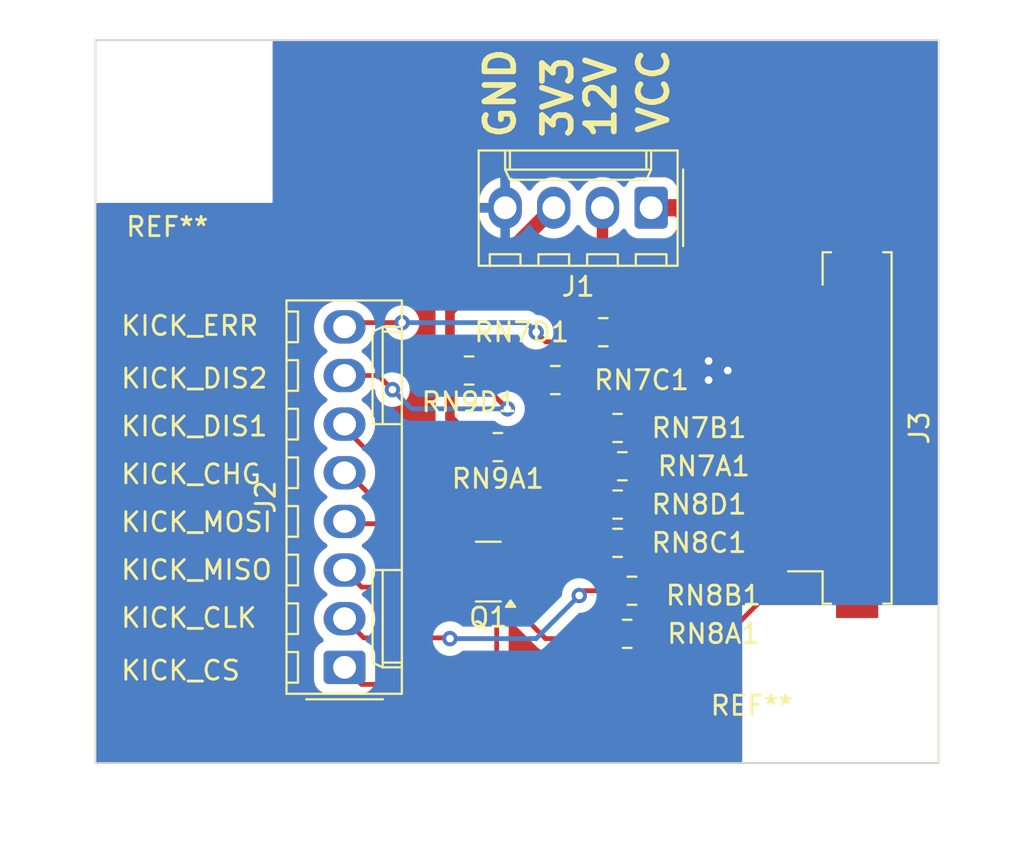
<source format=kicad_pcb>
(kicad_pcb (version 20240108) (generator "pcbnew") (generator_version "8.0")
  (layers (0 "F.Cu" signal) (31 "B.Cu" signal) (34 "B.Paste" user) (35 "F.Paste" user) (36 "B.SilkS" user "B.Silkscreen") (37 "F.SilkS" user "F.Silkscreen") (38 "B.Mask" user) (39 "F.Mask" user) (44 "Edge.Cuts" user))
  (net 0 "")
  (net 1 "+3V3")
  (net 2 "+12V")
  (net 3 "VCC")
  (net 4 "/KICK_MOSI")
  (net 5 "/KICK_CS")
  (net 6 "/KICK_DIS2")
  (net 7 "/KICK_MISO")
  (net 8 "/KICK_CLK")
  (net 9 "/KICK_DIS1")
  (net 10 "/KICK_CHG")
  (net 11 "/KICK_ERR")
  (net 12 "Net-(Q1-S)")
  (net 13 "Net-(J3-Pad7)")
  (net 14 "Net-(J3-Pad4)")
  (net 15 "GND")
  (net 16 "Net-(J3-Pad6)")
  (net 17 "Net-(J3-Pad3)")
  (net 18 "Net-(J3-Pad5)")
  (net 19 "Net-(J3-Pad8)")
  (net 20 "Net-(J3-Pad2)")
  (net 21 "Net-(J3-Pad1)")
  (footprint "Resistor_SMD:R_0805_2012Metric_Pad1.20x1.40mm_HandSolder" (layer "F.Cu") (at 160 71)
    (property "Reference" "RN7C1" (at 4.5 0 0) (layer "F.SilkS"))
    (property "Value" "100")
    (fp_line (start -0.227064 -0.735) (end 0.227064 -0.735) (stroke (width 0.12)) (layer "F.SilkS"))
    (fp_line (start -0.227064 0.735) (end 0.227064 0.735) (stroke (width 0.12)) (layer "F.SilkS"))
    (pad "1" smd roundrect (at -1 0) (size 1.2 1.4) (layers "F.Cu" "F.Paste" "F.Mask") (roundrect_rratio 0.208333) (net 6 "/KICK_DIS2"))
    (pad "2" smd roundrect (at 1 0) (size 1.2 1.4) (layers "F.Cu" "F.Paste" "F.Mask") (roundrect_rratio 0.208333) (net 13 "Net-(J3-Pad7)"))
  )
  (footprint "Resistor_SMD:R_0805_2012Metric_Pad1.20x1.40mm_HandSolder" (layer "F.Cu") (at 162.5 68.5)
    (property "Reference" "RN7D1" (at -4.25 0 0) (layer "F.SilkS"))
    (property "Value" "100")
    (fp_line (start -0.227064 -0.735) (end 0.227064 -0.735) (stroke (width 0.12)) (layer "F.SilkS"))
    (fp_line (start -0.227064 0.735) (end 0.227064 0.735) (stroke (width 0.12)) (layer "F.SilkS"))
    (pad "1" smd roundrect (at -1 0) (size 1.2 1.4) (layers "F.Cu" "F.Paste" "F.Mask") (roundrect_rratio 0.208333) (net 11 "/KICK_ERR"))
    (pad "2" smd roundrect (at 1 0) (size 1.2 1.4) (layers "F.Cu" "F.Paste" "F.Mask") (roundrect_rratio 0.208333) (net 19 "Net-(J3-Pad8)"))
  )
  (footprint "Resistor_SMD:R_0805_2012Metric_Pad1.20x1.40mm_HandSolder" (layer "F.Cu") (at 157 74.5 180)
    (property "Reference" "RN9A1" (at 0 -1.65 0) (layer "F.SilkS"))
    (property "Value" "10k")
    (fp_line (start -0.227064 0.735) (end 0.227064 0.735) (stroke (width 0.12)) (layer "F.SilkS"))
    (fp_line (start -0.227064 -0.735) (end 0.227064 -0.735) (stroke (width 0.12)) (layer "F.SilkS"))
    (pad "1" smd roundrect (at -1 0 180) (size 1.2 1.4) (layers "F.Cu" "F.Paste" "F.Mask") (roundrect_rratio 0.208333) (net 9 "/KICK_DIS1"))
    (pad "2" smd roundrect (at 1 0 180) (size 1.2 1.4) (layers "F.Cu" "F.Paste" "F.Mask") (roundrect_rratio 0.208333) (net 1 "+3V3"))
  )
  (footprint "Resistor_SMD:R_0805_2012Metric_Pad1.20x1.40mm_HandSolder" (layer "F.Cu") (at 163.25 79.5)
    (property "Reference" "RN8C1" (at 4.25 0 0) (layer "F.SilkS"))
    (property "Value" "100")
    (fp_line (start -0.227064 -0.735) (end 0.227064 -0.735) (stroke (width 0.12)) (layer "F.SilkS"))
    (fp_line (start -0.227064 0.735) (end 0.227064 0.735) (stroke (width 0.12)) (layer "F.SilkS"))
    (pad "1" smd roundrect (at -1 0) (size 1.2 1.4) (layers "F.Cu" "F.Paste" "F.Mask") (roundrect_rratio 0.208333) (net 12 "Net-(Q1-S)"))
    (pad "2" smd roundrect (at 1 0) (size 1.2 1.4) (layers "F.Cu" "F.Paste" "F.Mask") (roundrect_rratio 0.208333) (net 17 "Net-(J3-Pad3)"))
  )
  (footprint "Resistor_SMD:R_0805_2012Metric_Pad1.20x1.40mm_HandSolder" (layer "F.Cu") (at 163.25 73.5)
    (property "Reference" "RN7B1" (at 4.25 0 0) (layer "F.SilkS"))
    (property "Value" "100")
    (fp_line (start -0.227064 -0.735) (end 0.227064 -0.735) (stroke (width 0.12)) (layer "F.SilkS"))
    (fp_line (start -0.227064 0.735) (end 0.227064 0.735) (stroke (width 0.12)) (layer "F.SilkS"))
    (pad "1" smd roundrect (at -1 0) (size 1.2 1.4) (layers "F.Cu" "F.Paste" "F.Mask") (roundrect_rratio 0.208333) (net 9 "/KICK_DIS1"))
    (pad "2" smd roundrect (at 1 0) (size 1.2 1.4) (layers "F.Cu" "F.Paste" "F.Mask") (roundrect_rratio 0.208333) (net 16 "Net-(J3-Pad6)"))
  )
  (footprint "Connector_Molex:Molex_KK-254_AE-6410-08A_1x08_P2.54mm_Vertical" (layer "F.Cu") (at 149 86 90)
    (property "Reference" "J2" (at 8.89 -4.12 90) (layer "F.SilkS"))
    (property "Value" "1x08_P2.54mm")
    (fp_line (start 19.16 -3.03) (end -1.38 -3.03) (stroke (width 0.12)) (layer "F.SilkS"))
    (fp_line (start 16.98 -3.03) (end 16.98 -2.43) (stroke (width 0.12)) (layer "F.SilkS"))
    (fp_line (start 14.44 -3.03) (end 14.44 -2.43) (stroke (width 0.12)) (layer "F.SilkS"))
    (fp_line (start 11.9 -3.03) (end 11.9 -2.43) (stroke (width 0.12)) (layer "F.SilkS"))
    (fp_line (start 9.36 -3.03) (end 9.36 -2.43) (stroke (width 0.12)) (layer "F.SilkS"))
    (fp_line (start 6.82 -3.03) (end 6.82 -2.43) (stroke (width 0.12)) (layer "F.SilkS"))
    (fp_line (start 4.28 -3.03) (end 4.28 -2.43) (stroke (width 0.12)) (layer "F.SilkS"))
    (fp_line (start 1.74 -3.03) (end 1.74 -2.43) (stroke (width 0.12)) (layer "F.SilkS"))
    (fp_line (start -0.8 -3.03) (end -0.8 -2.43) (stroke (width 0.12)) (layer "F.SilkS"))
    (fp_line (start -1.38 -3.03) (end -1.38 2.99) (stroke (width 0.12)) (layer "F.SilkS"))
    (fp_line (start 18.58 -2.43) (end 18.58 -3.03) (stroke (width 0.12)) (layer "F.SilkS"))
    (fp_line (start 16.98 -2.43) (end 18.58 -2.43) (stroke (width 0.12)) (layer "F.SilkS"))
    (fp_line (start 16.04 -2.43) (end 16.04 -3.03) (stroke (width 0.12)) (layer "F.SilkS"))
    (fp_line (start 14.44 -2.43) (end 16.04 -2.43) (stroke (width 0.12)) (layer "F.SilkS"))
    (fp_line (start 13.5 -2.43) (end 13.5 -3.03) (stroke (width 0.12)) (layer "F.SilkS"))
    (fp_line (start 11.9 -2.43) (end 13.5 -2.43) (stroke (width 0.12)) (layer "F.SilkS"))
    (fp_line (start 10.96 -2.43) (end 10.96 -3.03) (stroke (width 0.12)) (layer "F.SilkS"))
    (fp_line (start 9.36 -2.43) (end 10.96 -2.43) (stroke (width 0.12)) (layer "F.SilkS"))
    (fp_line (start 8.42 -2.43) (end 8.42 -3.03) (stroke (width 0.12)) (layer "F.SilkS"))
    (fp_line (start 6.82 -2.43) (end 8.42 -2.43) (stroke (width 0.12)) (layer "F.SilkS"))
    (fp_line (start 5.88 -2.43) (end 5.88 -3.03) (stroke (width 0.12)) (layer "F.SilkS"))
    (fp_line (start 4.28 -2.43) (end 5.88 -2.43) (stroke (width 0.12)) (layer "F.SilkS"))
    (fp_line (start 3.34 -2.43) (end 3.34 -3.03) (stroke (width 0.12)) (layer "F.SilkS"))
    (fp_line (start 1.74 -2.43) (end 3.34 -2.43) (stroke (width 0.12)) (layer "F.SilkS"))
    (fp_line (start 0.8 -2.43) (end 0.8 -3.03) (stroke (width 0.12)) (layer "F.SilkS"))
    (fp_line (start -0.8 -2.43) (end 0.8 -2.43) (stroke (width 0.12)) (layer "F.SilkS"))
    (fp_line (start -1.67 -2) (end -1.67 2) (stroke (width 0.12)) (layer "F.SilkS"))
    (fp_line (start 17.53 1.46) (end 12.7 1.46) (stroke (width 0.12)) (layer "F.SilkS"))
    (fp_line (start 12.7 1.46) (end 12.7 1.99) (stroke (width 0.12)) (layer "F.SilkS"))
    (fp_line (start 5.08 1.46) (end 5.08 1.99) (stroke (width 0.12)) (layer "F.SilkS"))
    (fp_line (start 0.25 1.46) (end 5.08 1.46) (stroke (width 0.12)) (layer "F.SilkS"))
    (fp_line (start 17.78 1.99) (end 17.53 1.46) (stroke (width 0.12)) (layer "F.SilkS"))
    (fp_line (start 17.78 1.99) (end 12.7 1.99) (stroke (width 0.12)) (layer "F.SilkS"))
    (fp_line (start 12.7 1.99) (end 12.7 2.99) (stroke (width 0.12)) (layer "F.SilkS"))
    (fp_line (start 5.08 1.99) (end 5.08 2.99) (stroke (width 0.12)) (layer "F.SilkS"))
    (fp_line (start 0 1.99) (end 0.25 1.46) (stroke (width 0.12)) (layer "F.SilkS"))
    (fp_line (start 0 1.99) (end 5.08 1.99) (stroke (width 0.12)) (layer "F.SilkS"))
    (fp_line (start 19.16 2.99) (end 19.16 -3.03) (stroke (width 0.12)) (layer "F.SilkS"))
    (fp_line (start 17.78 2.99) (end 17.78 1.99) (stroke (width 0.12)) (layer "F.SilkS"))
    (fp_line (start 17.53 2.99) (end 17.53 1.99) (stroke (width 0.12)) (layer "F.SilkS"))
    (fp_line (start 0.25 2.99) (end 0.25 1.99) (stroke (width 0.12)) (layer "F.SilkS"))
    (fp_line (start 0 2.99) (end 0 1.99) (stroke (width 0.12)) (layer "F.SilkS"))
    (fp_line (start -1.38 2.99) (end 19.16 2.99) (stroke (width 0.12)) (layer "F.SilkS"))
    (pad "1" thru_hole roundrect (at 0 0 90) (size 1.74 2.19) (drill 1.19) (layers "*.Cu" "*.Mask") (roundrect_rratio 0.143678) (net 5 "/KICK_CS"))
    (pad "2" thru_hole oval (at 2.54 0 90) (size 1.74 2.19) (drill 1.19) (layers "*.Cu" "*.Mask") (net 8 "/KICK_CLK"))
    (pad "3" thru_hole oval (at 5.08 0 90) (size 1.74 2.19) (drill 1.19) (layers "*.Cu" "*.Mask") (net 7 "/KICK_MISO"))
    (pad "4" thru_hole oval (at 7.62 0 90) (size 1.74 2.19) (drill 1.19) (layers "*.Cu" "*.Mask") (net 4 "/KICK_MOSI"))
    (pad "5" thru_hole oval (at 10.16 0 90) (size 1.74 2.19) (drill 1.19) (layers "*.Cu" "*.Mask") (net 10 "/KICK_CHG"))
    (pad "6" thru_hole oval (at 12.7 0 90) (size 1.74 2.19) (drill 1.19) (layers "*.Cu" "*.Mask") (net 9 "/KICK_DIS1"))
    (pad "7" thru_hole oval (at 15.24 0 90) (size 1.74 2.19) (drill 1.19) (layers "*.Cu" "*.Mask") (net 6 "/KICK_DIS2"))
    (pad "8" thru_hole oval (at 17.78 0 90) (size 1.74 2.19) (drill 1.19) (layers "*.Cu" "*.Mask") (net 11 "/KICK_ERR"))
  )
  (footprint "MountingHole:MountingHole_3.2mm_M3" (layer "F.Cu") (at 175 87.5)
    (property "Reference" "REF**" (at -4.75 0.5 0) (layer "F.SilkS"))
    (property "Value" "MountingHole_3.2mm_M3")
    (pad "" np_thru_hole circle (at 0 0) (size 3.2 3.2) (drill 3.2) (layers "*.Cu" "*.Mask"))
  )
  (footprint "MountingHole:MountingHole_3.2mm_M3" (layer "F.Cu") (at 140 57.25)
    (property "Reference" "REF**" (at -0.25 5.75 0) (layer "F.SilkS"))
    (property "Value" "MountingHole_3.2mm_M3")
    (pad "" np_thru_hole circle (at 0 0) (size 3.2 3.2) (drill 3.2) (layers "*.Cu" "*.Mask"))
  )
  (footprint "Connector_Hirose:Hirose_DF13C_CL535-0412-6-51_1x12-1MP_P1.25mm_Vertical" (layer "F.Cu") (at 174.5 73.5 90)
    (property "Reference" "J3" (at 0 4.5 90) (layer "F.SilkS"))
    (property "Value" "DF13C_CL535-0412-6-51_1x12-1MP_P1.25mm_Vertical")
    (fp_line (start 9.175 -0.55) (end 9.175 -0.11) (stroke (width 0.12)) (layer "F.SilkS"))
    (fp_line (start 7.485 -0.55) (end 9.175 -0.55) (stroke (width 0.12)) (layer "F.SilkS"))
    (fp_line (start -7.485 -0.55) (end -7.485 -2.35) (stroke (width 0.12)) (layer "F.SilkS"))
    (fp_line (start -7.485 -0.55) (end -9.175 -0.55) (stroke (width 0.12)) (layer "F.SilkS"))
    (fp_line (start -9.175 -0.55) (end -9.175 -0.11) (stroke (width 0.12)) (layer "F.SilkS"))
    (fp_line (start -9.175 2.61) (end -9.175 3.05) (stroke (width 0.12)) (layer "F.SilkS"))
    (fp_line (start 9.175 3.05) (end 9.175 2.61) (stroke (width 0.12)) (layer "F.SilkS"))
    (fp_line (start -9.175 3.05) (end 9.175 3.05) (stroke (width 0.12)) (layer "F.SilkS"))
    (pad "1" smd rect (at -6.875 -1.45 90) (size 0.7 1.8) (layers "F.Cu" "F.Paste" "F.Mask") (net 21 "Net-(J3-Pad1)"))
    (pad "2" smd rect (at -5.625 -1.45 90) (size 0.7 1.8) (layers "F.Cu" "F.Paste" "F.Mask") (net 20 "Net-(J3-Pad2)"))
    (pad "3" smd rect (at -4.375 -1.45 90) (size 0.7 1.8) (layers "F.Cu" "F.Paste" "F.Mask") (net 17 "Net-(J3-Pad3)"))
    (pad "4" smd rect (at -3.125 -1.45 90) (size 0.7 1.8) (layers "F.Cu" "F.Paste" "F.Mask") (net 14 "Net-(J3-Pad4)"))
    (pad "5" smd rect (at -1.875 -1.45 90) (size 0.7 1.8) (layers "F.Cu" "F.Paste" "F.Mask") (net 18 "Net-(J3-Pad5)"))
    (pad "6" smd rect (at -0.625 -1.45 90) (size 0.7 1.8) (layers "F.Cu" "F.Paste" "F.Mask") (net 16 "Net-(J3-Pad6)"))
    (pad "7" smd rect (at 0.625 -1.45 90) (size 0.7 1.8) (layers "F.Cu" "F.Paste" "F.Mask") (net 13 "Net-(J3-Pad7)"))
    (pad "8" smd rect (at 1.875 -1.45 90) (size 0.7 1.8) (layers "F.Cu" "F.Paste" "F.Mask") (net 19 "Net-(J3-Pad8)"))
    (pad "9" smd rect (at 3.125 -1.45 90) (size 0.7 1.8) (layers "F.Cu" "F.Paste" "F.Mask") (net 15 "GND"))
    (pad "10" smd rect (at 4.375 -1.45 90) (size 0.7 1.8) (layers "F.Cu" "F.Paste" "F.Mask") (net 1 "+3V3"))
    (pad "11" smd rect (at 5.625 -1.45 90) (size 0.7 1.8) (layers "F.Cu" "F.Paste" "F.Mask") (net 2 "+12V"))
    (pad "12" smd rect (at 6.875 -1.45 90) (size 0.7 1.8) (layers "F.Cu" "F.Paste" "F.Mask") (net 3 "VCC"))
    (pad "MP" smd rect (at -9.125 1.25 90) (size 1.6 2.2) (layers "F.Cu" "F.Paste" "F.Mask"))
    (pad "MP" smd rect (at 9.125 1.25 90) (size 1.6 2.2) (layers "F.Cu" "F.Paste" "F.Mask"))
  )
  (footprint "Resistor_SMD:R_0805_2012Metric_Pad1.20x1.40mm_HandSolder" (layer "F.Cu") (at 164 82)
    (property "Reference" "RN8B1" (at 4.25 0.25 0) (layer "F.SilkS"))
    (property "Value" "100")
    (fp_line (start -0.227064 -0.735) (end 0.227064 -0.735) (stroke (width 0.12)) (layer "F.SilkS"))
    (fp_line (start -0.227064 0.735) (end 0.227064 0.735) (stroke (width 0.12)) (layer "F.SilkS"))
    (pad "1" smd roundrect (at -1 0) (size 1.2 1.4) (layers "F.Cu" "F.Paste" "F.Mask") (roundrect_rratio 0.208333) (net 8 "/KICK_CLK"))
    (pad "2" smd roundrect (at 1 0) (size 1.2 1.4) (layers "F.Cu" "F.Paste" "F.Mask") (roundrect_rratio 0.208333) (net 20 "Net-(J3-Pad2)"))
  )
  (footprint "Package_TO_SOT_SMD:SOT-23" (layer "F.Cu") (at 156.5 81 180)
    (property "Reference" "Q1" (at 0 -2.4 0) (layer "F.SilkS"))
    (property "Value" "BSS84")
    (fp_line (start 0 1.56) (end 0.65 1.56) (stroke (width 0.12)) (layer "F.SilkS"))
    (fp_line (start 0 1.56) (end -0.65 1.56) (stroke (width 0.12)) (layer "F.SilkS"))
    (fp_line (start 0 -1.56) (end 0.65 -1.56) (stroke (width 0.12)) (layer "F.SilkS"))
    (fp_line (start 0 -1.56) (end -0.65 -1.56) (stroke (width 0.12)) (layer "F.SilkS"))
    (fp_poly (pts (xy -1.1625 -1.51) (xy -1.4025 -1.84) (xy -0.9225 -1.84) (xy -1.1625 -1.51)) (stroke (width 0.12)) (fill solid) (layer "F.SilkS"))
    (pad "1" smd roundrect (at -0.9375 -0.95 180) (size 1.475 0.6) (layers "F.Cu" "F.Paste" "F.Mask") (net 5 "/KICK_CS"))
    (pad "2" smd roundrect (at -0.9375 0.95 180) (size 1.475 0.6) (layers "F.Cu" "F.Paste" "F.Mask") (net 12 "Net-(Q1-S)"))
    (pad "3" smd roundrect (at 0.9375 0 180) (size 1.475 0.6) (layers "F.Cu" "F.Paste" "F.Mask") (net 7 "/KICK_MISO"))
  )
  (footprint "Resistor_SMD:R_0805_2012Metric_Pad1.20x1.40mm_HandSolder" (layer "F.Cu") (at 163.5 75.5)
    (property "Reference" "RN7A1" (at 4.25 0 0) (layer "F.SilkS"))
    (property "Value" "100")
    (fp_line (start -0.227064 -0.735) (end 0.227064 -0.735) (stroke (width 0.12)) (layer "F.SilkS"))
    (fp_line (start -0.227064 0.735) (end 0.227064 0.735) (stroke (width 0.12)) (layer "F.SilkS"))
    (pad "1" smd roundrect (at -1 0) (size 1.2 1.4) (layers "F.Cu" "F.Paste" "F.Mask") (roundrect_rratio 0.208333) (net 10 "/KICK_CHG"))
    (pad "2" smd roundrect (at 1 0) (size 1.2 1.4) (layers "F.Cu" "F.Paste" "F.Mask") (roundrect_rratio 0.208333) (net 18 "Net-(J3-Pad5)"))
  )
  (footprint "Resistor_SMD:R_0805_2012Metric_Pad1.20x1.40mm_HandSolder" (layer "F.Cu") (at 163.25 77.5)
    (property "Reference" "RN8D1" (at 4.25 0 0) (layer "F.SilkS"))
    (property "Value" "100")
    (fp_line (start -0.227064 -0.735) (end 0.227064 -0.735) (stroke (width 0.12)) (layer "F.SilkS"))
    (fp_line (start -0.227064 0.735) (end 0.227064 0.735) (stroke (width 0.12)) (layer "F.SilkS"))
    (pad "1" smd roundrect (at -1 0) (size 1.2 1.4) (layers "F.Cu" "F.Paste" "F.Mask") (roundrect_rratio 0.208333) (net 4 "/KICK_MOSI"))
    (pad "2" smd roundrect (at 1 0) (size 1.2 1.4) (layers "F.Cu" "F.Paste" "F.Mask") (roundrect_rratio 0.208333) (net 14 "Net-(J3-Pad4)"))
  )
  (footprint "Resistor_SMD:R_0805_2012Metric_Pad1.20x1.40mm_HandSolder" (layer "F.Cu") (at 163.75 84.25)
    (property "Reference" "RN8A1" (at 4.5 0 0) (layer "F.SilkS"))
    (property "Value" "100")
    (fp_line (start -0.227064 -0.735) (end 0.227064 -0.735) (stroke (width 0.12)) (layer "F.SilkS"))
    (fp_line (start -0.227064 0.735) (end 0.227064 0.735) (stroke (width 0.12)) (layer "F.SilkS"))
    (pad "1" smd roundrect (at -1 0) (size 1.2 1.4) (layers "F.Cu" "F.Paste" "F.Mask") (roundrect_rratio 0.208333) (net 5 "/KICK_CS"))
    (pad "2" smd roundrect (at 1 0) (size 1.2 1.4) (layers "F.Cu" "F.Paste" "F.Mask") (roundrect_rratio 0.208333) (net 21 "Net-(J3-Pad1)"))
  )
  (footprint "Connector_Molex:Molex_KK-254_AE-6410-04A_1x04_P2.54mm_Vertical" (layer "F.Cu") (at 165 62 180)
    (property "Reference" "J1" (at 3.81 -4.12 0) (layer "F.SilkS"))
    (property "Value" "1x04_P2.54mm")
    (fp_line (start 9 2.99) (end 9 -3.03) (stroke (width 0.12)) (layer "F.SilkS"))
    (fp_line (start 9 -3.03) (end -1.38 -3.03) (stroke (width 0.12)) (layer "F.SilkS"))
    (fp_line (start 8.42 -2.43) (end 8.42 -3.03) (stroke (width 0.12)) (layer "F.SilkS"))
    (fp_line (start 7.62 1.99) (end 7.62 2.99) (stroke (width 0.12)) (layer "F.SilkS"))
    (fp_line (start 7.37 2.99) (end 7.37 1.99) (stroke (width 0.12)) (layer "F.SilkS"))
    (fp_line (start 7.37 1.46) (end 7.62 1.99) (stroke (width 0.12)) (layer "F.SilkS"))
    (fp_line (start 6.82 -2.43) (end 8.42 -2.43) (stroke (width 0.12)) (layer "F.SilkS"))
    (fp_line (start 6.82 -3.03) (end 6.82 -2.43) (stroke (width 0.12)) (layer "F.SilkS"))
    (fp_line (start 5.88 -2.43) (end 5.88 -3.03) (stroke (width 0.12)) (layer "F.SilkS"))
    (fp_line (start 4.28 -2.43) (end 5.88 -2.43) (stroke (width 0.12)) (layer "F.SilkS"))
    (fp_line (start 4.28 -3.03) (end 4.28 -2.43) (stroke (width 0.12)) (layer "F.SilkS"))
    (fp_line (start 3.34 -2.43) (end 3.34 -3.03) (stroke (width 0.12)) (layer "F.SilkS"))
    (fp_line (start 1.74 -2.43) (end 3.34 -2.43) (stroke (width 0.12)) (layer "F.SilkS"))
    (fp_line (start 1.74 -3.03) (end 1.74 -2.43) (stroke (width 0.12)) (layer "F.SilkS"))
    (fp_line (start 0.8 -2.43) (end 0.8 -3.03) (stroke (width 0.12)) (layer "F.SilkS"))
    (fp_line (start 0.25 2.99) (end 0.25 1.99) (stroke (width 0.12)) (layer "F.SilkS"))
    (fp_line (start 0.25 1.46) (end 7.37 1.46) (stroke (width 0.12)) (layer "F.SilkS"))
    (fp_line (start 0 2.99) (end 0 1.99) (stroke (width 0.12)) (layer "F.SilkS"))
    (fp_line (start 0 1.99) (end 7.62 1.99) (stroke (width 0.12)) (layer "F.SilkS"))
    (fp_line (start 0 1.99) (end 0.25 1.46) (stroke (width 0.12)) (layer "F.SilkS"))
    (fp_line (start -0.8 -2.43) (end 0.8 -2.43) (stroke (width 0.12)) (layer "F.SilkS"))
    (fp_line (start -0.8 -3.03) (end -0.8 -2.43) (stroke (width 0.12)) (layer "F.SilkS"))
    (fp_line (start -1.38 2.99) (end 9 2.99) (stroke (width 0.12)) (layer "F.SilkS"))
    (fp_line (start -1.38 -3.03) (end -1.38 2.99) (stroke (width 0.12)) (layer "F.SilkS"))
    (fp_line (start -1.67 -2) (end -1.67 2) (stroke (width 0.12)) (layer "F.SilkS"))
    (pad "1" thru_hole roundrect (at 0 0 180) (size 1.74 2.19) (drill 1.19) (layers "*.Cu" "*.Mask") (roundrect_rratio 0.143678) (net 3 "VCC"))
    (pad "2" thru_hole oval (at 2.54 0 180) (size 1.74 2.19) (drill 1.19) (layers "*.Cu" "*.Mask") (net 2 "+12V"))
    (pad "3" thru_hole oval (at 5.08 0 180) (size 1.74 2.19) (drill 1.19) (layers "*.Cu" "*.Mask") (net 1 "+3V3"))
    (pad "4" thru_hole oval (at 7.62 0 180) (size 1.74 2.19) (drill 1.19) (layers "*.Cu" "*.Mask") (net 15 "GND"))
  )
  (footprint "Resistor_SMD:R_0805_2012Metric_Pad1.20x1.40mm_HandSolder" (layer "F.Cu") (at 155.5 70.5 180)
    (property "Reference" "RN9D1" (at 0 -1.65 0) (layer "F.SilkS"))
    (property "Value" "10k")
    (fp_line (start -0.227064 0.735) (end 0.227064 0.735) (stroke (width 0.12)) (layer "F.SilkS"))
    (fp_line (start -0.227064 -0.735) (end 0.227064 -0.735) (stroke (width 0.12)) (layer "F.SilkS"))
    (pad "1" smd roundrect (at -1 0 180) (size 1.2 1.4) (layers "F.Cu" "F.Paste" "F.Mask") (roundrect_rratio 0.208333) (net 6 "/KICK_DIS2"))
    (pad "2" smd roundrect (at 1 0 180) (size 1.2 1.4) (layers "F.Cu" "F.Paste" "F.Mask") (roundrect_rratio 0.208333) (net 1 "+3V3"))
  )
  (gr_rect (start 136 53.25) (end 180 91) (stroke (width 0.1)) (fill none) (layer "Edge.Cuts"))
  (gr_text "KICK_CS" (at 137.25 86.75 0) (layer "F.SilkS") (effects (font (size 1 1)) (justify left bottom)))
  (gr_text "KICK_DIS1" (at 137.25 74 0) (layer "F.SilkS") (effects (font (size 1 1)) (justify left bottom)))
  (gr_text "KICK_CLK" (at 137.25 84 0) (layer "F.SilkS") (effects (font (size 1 1)) (justify left bottom)))
  (gr_text "3V3\n" (at 161 58.5 90) (layer "F.SilkS") (effects (font (size 1.5 1.5) (thickness 0.3) (bold yes)) (justify left bottom)))
  (gr_text "12V\n" (at 163.25 58.5 90) (layer "F.SilkS") (effects (font (size 1.5 1.5) (thickness 0.3) (bold yes)) (justify left bottom)))
  (gr_text "GND" (at 158 58.5 90) (layer "F.SilkS") (effects (font (size 1.5 1.5) (thickness 0.3) (bold yes)) (justify left bottom)))
  (gr_text "VCC" (at 166 58.25 90) (layer "F.SilkS") (effects (font (size 1.5 1.5) (thickness 0.3) (bold yes)) (justify left bottom)))
  (gr_text "KICK_DIS2" (at 137.25 71.5 0) (layer "F.SilkS") (effects (font (size 1 1)) (justify left bottom)))
  (gr_text "KICK_CHG" (at 137.25 76.5 0) (layer "F.SilkS") (effects (font (size 1 1)) (justify left bottom)))
  (gr_text "KICK_ERR" (at 137.25 68.75 0) (layer "F.SilkS") (effects (font (size 1 1)) (justify left bottom)))
  (gr_text "KICK_MISO" (at 137.25 81.5 0) (layer "F.SilkS") (effects (font (size 1 1)) (justify left bottom)))
  (gr_text "KICK_MOSI" (at 137.25 79 0) (layer "F.SilkS") (effects (font (size 1 1)) (justify left bottom)))
  (segment (start 154.5 73) (end 156 74.5) (width 0.5) (layer "F.Cu") (net 1))
  (segment (start 154.5 67.42) (end 157.46 64.46) (width 0.5) (layer "F.Cu") (net 1))
  (segment (start 169.352208 69.125) (end 173.05 69.125) (width 0.8) (layer "F.Cu") (net 1))
  (segment (start 157.46 64.46) (end 159.5 66.5) (width 0.8) (layer "F.Cu") (net 1))
  (segment (start 165.914214 66.5) (end 168.414214 69) (width 0.8) (layer "F.Cu") (net 1))
  (segment (start 159.92 62) (end 157.46 64.46) (width 0.8) (layer "F.Cu") (net 1))
  (segment (start 169.227208 69) (end 169.352208 69.125) (width 0.8) (layer "F.Cu") (net 1))
  (segment (start 154.5 70.5) (end 154.5 67.42) (width 0.5) (layer "F.Cu") (net 1))
  (segment (start 154.5 70.5) (end 154.5 73) (width 0.5) (layer "F.Cu") (net 1))
  (segment (start 168.414214 69) (end 169.227208 69) (width 0.8) (layer "F.Cu") (net 1))
  (segment (start 159.5 66.5) (end 165.914214 66.5) (width 0.8) (layer "F.Cu") (net 1))
  (segment (start 169.375 67.875) (end 166 64.5) (width 0.6) (layer "F.Cu") (net 2))
  (segment (start 162.5 64.5) (end 162.46 64.46) (width 0.6) (layer "F.Cu") (net 2))
  (segment (start 162.46 64.46) (end 162.46 62) (width 0.6) (layer "F.Cu") (net 2))
  (segment (start 173.05 67.875) (end 169.375 67.875) (width 0.6) (layer "F.Cu") (net 2))
  (segment (start 166 64.5) (end 162.5 64.5) (width 0.6) (layer "F.Cu") (net 2))
  (segment (start 166.425 62) (end 171.05 66.625) (width 0.9) (layer "F.Cu") (net 3))
  (segment (start 165 62) (end 166.425 62) (width 0.9) (layer "F.Cu") (net 3))
  (segment (start 171.05 66.625) (end 173.05 66.625) (width 0.9) (layer "F.Cu") (net 3))
  (segment (start 149.12 78.5) (end 158 78.5) (width 0.25) (layer "F.Cu") (net 4))
  (segment (start 161.75 78) (end 162.25 77.5) (width 0.25) (layer "F.Cu") (net 4))
  (segment (start 149 78.38) (end 149.12 78.5) (width 0.25) (layer "F.Cu") (net 4))
  (segment (start 158 78.5) (end 158.5 78) (width 0.25) (layer "F.Cu") (net 4))
  (segment (start 158.5 78) (end 161.75 78) (width 0.25) (layer "F.Cu") (net 4))
  (segment (start 162.5 84.5) (end 159.4875 84.5) (width 0.25) (layer "F.Cu") (net 5))
  (segment (start 159.4875 84.5) (end 157.4375 82.45) (width 0.25) (layer "F.Cu") (net 5))
  (segment (start 157.4375 81.95) (end 156.9375 82.45) (width 0.25) (layer "F.Cu") (net 5))
  (segment (start 162.75 84.25) (end 162.5 84.5) (width 0.25) (layer "F.Cu") (net 5))
  (segment (start 149.89 86.89) (end 149 86) (width 0.25) (layer "F.Cu") (net 5))
  (segment (start 156.9375 82.45) (end 156.9375 86.89) (width 0.25) (layer "F.Cu") (net 5))
  (segment (start 157.4375 82.45) (end 157.4375 81.95) (width 0.25) (layer "F.Cu") (net 5))
  (segment (start 156.9375 86.89) (end 149.89 86.89) (width 0.25) (layer "F.Cu") (net 5))
  (segment (start 151.5 71.5) (end 150.76 70.76) (width 0.25) (layer "F.Cu") (net 6))
  (segment (start 157.5 72.5) (end 156 71) (width 0.25) (layer "F.Cu") (net 6))
  (segment (start 150.76 70.76) (end 149 70.76) (width 0.25) (layer "F.Cu") (net 6))
  (segment (start 156.5 70.5) (end 158.5 70.5) (width 0.25) (layer "F.Cu") (net 6))
  (segment (start 158.5 70.5) (end 159 71) (width 0.25) (layer "F.Cu") (net 6))
  (via (at 157.5 72.5) (size 0.8) (drill 0.4) (layers "F.Cu" "B.Cu") (net 6))
  (via (at 151.5 71.5) (size 0.8) (drill 0.4) (layers "F.Cu" "B.Cu") (net 6))
  (segment (start 157.5 72.5) (end 152.5 72.5) (width 0.25) (layer "B.Cu") (net 6))
  (segment (start 152.5 72.5) (end 151.5 71.5) (width 0.25) (layer "B.Cu") (net 6))
  (segment (start 149.89 81.81) (end 154.7525 81.81) (width 0.25) (layer "F.Cu") (net 7))
  (segment (start 154.7525 81.81) (end 155.5625 81) (width 0.25) (layer "F.Cu") (net 7))
  (segment (start 149 80.92) (end 149.89 81.81) (width 0.25) (layer "F.Cu") (net 7))
  (segment (start 161.25 82.25) (end 161.5 82) (width 0.25) (layer "F.Cu") (net 8))
  (segment (start 154.5 84.5) (end 154.46 84.46) (width 0.25) (layer "F.Cu") (net 8))
  (segment (start 150 84.46) (end 149 83.46) (width 0.25) (layer "F.Cu") (net 8))
  (segment (start 154.46 84.46) (end 150 84.46) (width 0.25) (layer "F.Cu") (net 8))
  (segment (start 161.5 82) (end 163 82) (width 0.25) (layer "F.Cu") (net 8))
  (via (at 161.25 82.25) (size 0.8) (drill 0.4) (layers "F.Cu" "B.Cu") (net 8))
  (via (at 154.5 84.5) (size 0.8) (drill 0.4) (layers "F.Cu" "B.Cu") (net 8))
  (segment (start 161.25 82.25) (end 159 84.5) (width 0.25) (layer "B.Cu") (net 8))
  (segment (start 159 84.5) (end 154.5 84.5) (width 0.25) (layer "B.Cu") (net 8))
  (segment (start 153.4049 76.025) (end 156.475 76.025) (width 0.25) (layer "F.Cu") (net 9))
  (segment (start 149 73.5) (end 151.5 76) (width 0.25) (layer "F.Cu") (net 9))
  (segment (start 162.25 73.5) (end 159 73.5) (width 0.25) (layer "F.Cu") (net 9))
  (segment (start 151.5 76) (end 153.3799 76) (width 0.25) (layer "F.Cu") (net 9))
  (segment (start 149 73.3) (end 149 73.5) (width 0.25) (layer "F.Cu") (net 9))
  (segment (start 159 73.5) (end 158 74.5) (width 0.25) (layer "F.Cu") (net 9))
  (segment (start 156.475 76.025) (end 158 74.5) (width 0.25) (layer "F.Cu") (net 9))
  (segment (start 153.3799 76) (end 153.4049 76.025) (width 0.25) (layer "F.Cu") (net 9))
  (segment (start 149.17 75.84) (end 150.83 77.5) (width 0.25) (layer "F.Cu") (net 10))
  (segment (start 157 77.5) (end 159 75.5) (width 0.25) (layer "F.Cu") (net 10))
  (segment (start 149 75.84) (end 149.17 75.84) (width 0.25) (layer "F.Cu") (net 10))
  (segment (start 159 75.5) (end 162.5 75.5) (width 0.25) (layer "F.Cu") (net 10))
  (segment (start 150.83 77.5) (end 157 77.5) (width 0.25) (layer "F.Cu") (net 10))
  (segment (start 159.5 69) (end 161 69) (width 0.25) (layer "F.Cu") (net 11))
  (segment (start 152 68) (end 149.22 68) (width 0.25) (layer "F.Cu") (net 11))
  (segment (start 159 68.5) (end 159.5 69) (width 0.25) (layer "F.Cu") (net 11))
  (segment (start 161 69) (end 161.5 68.5) (width 0.25) (layer "F.Cu") (net 11))
  (segment (start 149.22 68) (end 149 68.22) (width 0.25) (layer "F.Cu") (net 11))
  (via (at 152 68) (size 0.8) (drill 0.4) (layers "F.Cu" "B.Cu") (net 11))
  (via (at 159 68.5) (size 0.8) (drill 0.4) (layers "F.Cu" "B.Cu") (net 11))
  (segment (start 158.5 68) (end 159 68.5) (width 0.25) (layer "B.Cu") (net 11))
  (segment (start 152 68) (end 158.5 68) (width 0.25) (layer "B.Cu") (net 11))
  (segment (start 157.4375 80.05) (end 158.95 80.05) (width 0.25) (layer "F.Cu") (net 12))
  (segment (start 159.5 79.5) (end 162.25 79.5) (width 0.25) (layer "F.Cu") (net 12))
  (segment (start 158.95 80.05) (end 159.5 79.5) (width 0.25) (layer "F.Cu") (net 12))
  (segment (start 173.05 72.875) (end 167.875 72.875) (width 0.25) (layer "F.Cu") (net 13))
  (segment (start 167 72) (end 162.5 72) (width 0.25) (layer "F.Cu") (net 13))
  (segment (start 161.5 71) (end 161 71) (width 0.25) (layer "F.Cu") (net 13))
  (segment (start 162.5 72) (end 161.5 71) (width 0.25) (layer "F.Cu") (net 13))
  (segment (start 167.875 72.875) (end 167 72) (width 0.25) (layer "F.Cu") (net 13))
  (segment (start 170.875 76.625) (end 169.5 78) (width 0.25) (layer "F.Cu") (net 14))
  (segment (start 164.75 78) (end 164.25 77.5) (width 0.25) (layer "F.Cu") (net 14))
  (segment (start 173.05 76.625) (end 170.875 76.625) (width 0.25) (layer "F.Cu") (net 14))
  (segment (start 169.5 78) (end 164.75 78) (width 0.25) (layer "F.Cu") (net 14))
  (via (at 168 70) (size 0.8) (drill 0.4) (layers "F.Cu" "B.Cu") (net 15))
  (via (at 168 71) (size 0.8) (drill 0.4) (layers "F.Cu" "B.Cu") (net 15))
  (via (at 169 70.5) (size 0.8) (drill 0.4) (layers "F.Cu" "B.Cu") (net 15))
  (segment (start 168.125 74.125) (end 167.5 73.5) (width 0.25) (layer "F.Cu") (net 16))
  (segment (start 167.5 73.5) (end 164.25 73.5) (width 0.25) (layer "F.Cu") (net 16))
  (segment (start 173.05 74.125) (end 168.125 74.125) (width 0.25) (layer "F.Cu") (net 16))
  (segment (start 173.05 77.875) (end 171.5 77.875) (width 0.25) (layer "F.Cu") (net 17))
  (segment (start 171.5 77.875) (end 170.2 79.175) (width 0.25) (layer "F.Cu") (net 17))
  (segment (start 164.575 79.175) (end 164.25 79.5) (width 0.25) (layer "F.Cu") (net 17))
  (segment (start 170.2 79.175) (end 164.575 79.175) (width 0.25) (layer "F.Cu") (net 17))
  (segment (start 173.05 75.375) (end 172.55 75.875) (width 0.25) (layer "F.Cu") (net 18))
  (segment (start 172.55 75.875) (end 164.875 75.875) (width 0.25) (layer "F.Cu") (net 18))
  (segment (start 164.875 75.875) (end 164.5 75.5) (width 0.25) (layer "F.Cu") (net 18))
  (segment (start 172.55 72.125) (end 167.761396 72.125) (width 0.25) (layer "F.Cu") (net 19))
  (segment (start 167.136396 71.5) (end 165.5 71.5) (width 0.25) (layer "F.Cu") (net 19))
  (segment (start 165.5 70.5) (end 163.5 68.5) (width 0.25) (layer "F.Cu") (net 19))
  (segment (start 173.05 71.625) (end 172.55 72.125) (width 0.25) (layer "F.Cu") (net 19))
  (segment (start 167.761396 72.125) (end 167.136396 71.5) (width 0.25) (layer "F.Cu") (net 19))
  (segment (start 165.5 71.5) (end 165.5 70.5) (width 0.25) (layer "F.Cu") (net 19))
  (segment (start 172.55 79.625) (end 167.375 79.625) (width 0.25) (layer "F.Cu") (net 20))
  (segment (start 173.05 79.125) (end 172.55 79.625) (width 0.25) (layer "F.Cu") (net 20))
  (segment (start 167.375 79.625) (end 165 82) (width 0.25) (layer "F.Cu") (net 20))
  (segment (start 173.05 80.375) (end 171.55 81.875) (width 0.25) (layer "F.Cu") (net 21))
  (segment (start 168.75 84.5) (end 165 84.5) (width 0.25) (layer "F.Cu") (net 21))
  (segment (start 171.375 81.875) (end 168.75 84.5) (width 0.25) (layer "F.Cu") (net 21))
  (segment (start 171.55 81.875) (end 171.375 81.875) (width 0.25) (layer "F.Cu") (net 21))
  (segment (start 165 84.5) (end 164.75 84.25) (width 0.25) (layer "F.Cu") (net 21))
  (zone (net 15) (net_name "GND") (layer "F.Cu") (priority 3) (connect_pads (clearance 0.5)) (min_thickness 0.25) (fill yes (thermal_gap 0.5) (thermal_bridge_width 0.5))
    (polygon (pts (xy 136 61.75) (xy 145.25 61.75) (xy 145.25 53.25) (xy 180 53.25) (xy 180 82.75) (xy 169.75 82.75) (xy 169.75 91) (xy 136 91)))
  )
  (zone (net 3) (net_name "VCC") (layer "F.Cu") (priority 4) (connect_pads (clearance 0.5)) (min_thickness 0.25) (fill yes (thermal_gap 0.5) (thermal_bridge_width 0.5) (island_removal_mode 1) (island_area_min 10))
    (polygon (pts (xy 164.25 62) (xy 165.5 60.75) (xy 170.5 64) (xy 173.5 65) (xy 173.5 67) (xy 170.5 67)))
  )
  (zone (net 15) (net_name "GND") (layer "B.Cu") (connect_pads (clearance 0.5)) (min_thickness 0.25) (fill yes (thermal_gap 0.5) (thermal_bridge_width 0.5) (island_removal_mode 1) (island_area_min 10))
    (polygon (pts (xy 136 61.75) (xy 145.25 61.75) (xy 145.25 53.25) (xy 180 53.25) (xy 180 82.75) (xy 169.75 82.75) (xy 169.75 91) (xy 136 91)))
  )
)
</source>
